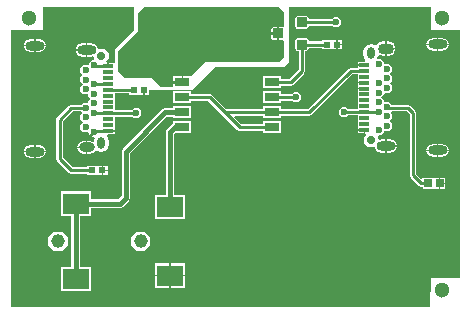
<source format=gtl>
G04*
G04 #@! TF.GenerationSoftware,Altium Limited,CircuitMaker,2.3.0 (3)*
G04*
G04 Layer_Physical_Order=1*
G04 Layer_Color=25308*
%FSLAX25Y25*%
%MOIN*%
G70*
G04*
G04 #@! TF.SameCoordinates,D5F01219-70E6-4597-8F9B-96EA77F89AD0*
G04*
G04*
G04 #@! TF.FilePolarity,Positive*
G04*
G01*
G75*
%ADD10C,0.01000*%
%ADD13C,0.01575*%
%ADD15R,0.03543X0.01181*%
%ADD16R,0.02559X0.02756*%
%ADD17R,0.05000X0.02992*%
%ADD18R,0.02362X0.02165*%
G04:AMPARAMS|DCode=19|XSize=31.5mil|YSize=35.43mil|CornerRadius=3.15mil|HoleSize=0mil|Usage=FLASHONLY|Rotation=270.000|XOffset=0mil|YOffset=0mil|HoleType=Round|Shape=RoundedRectangle|*
%AMROUNDEDRECTD19*
21,1,0.03150,0.02913,0,0,270.0*
21,1,0.02520,0.03543,0,0,270.0*
1,1,0.00630,-0.01457,-0.01260*
1,1,0.00630,-0.01457,0.01260*
1,1,0.00630,0.01457,0.01260*
1,1,0.00630,0.01457,-0.01260*
%
%ADD19ROUNDEDRECTD19*%
%ADD34C,0.05118*%
%ADD35C,0.02362*%
%ADD36O,0.06299X0.03150*%
%ADD37O,0.05315X0.03543*%
%ADD38C,0.02756*%
%ADD39O,0.02756X0.03937*%
%ADD40O,0.05315X0.03150*%
%ADD41C,0.04528*%
%ADD42R,0.09055X0.07087*%
G36*
X192913Y200394D02*
Y195761D01*
X192413Y195396D01*
X192402Y195398D01*
X191195D01*
Y193307D01*
Y191216D01*
X192402D01*
X192413Y191219D01*
X192913Y190854D01*
Y185433D01*
X191339Y183858D01*
X166929D01*
X162383Y179312D01*
X162039Y178996D01*
Y178996D01*
X162039Y178996D01*
X159289D01*
Y177000D01*
X159039D01*
Y176750D01*
X156039D01*
Y175591D01*
X151575D01*
X148819Y178347D01*
X139764D01*
X137401Y180709D01*
X137402Y187402D01*
X144095Y194095D01*
Y200000D01*
X146063Y201969D01*
X191339D01*
X192913Y200394D01*
D02*
G37*
G36*
X241732Y194488D02*
X251532D01*
Y111811D01*
X241732D01*
X241689Y101969D01*
X101969D01*
Y151969D01*
Y194488D01*
X112598D01*
Y201969D01*
X142913D01*
Y200394D01*
Y194488D01*
X136614Y188189D01*
Y184084D01*
X136524Y183531D01*
X134502D01*
Y182441D01*
X134002D01*
Y183531D01*
X133904D01*
X133678Y184077D01*
X134409Y184809D01*
Y186766D01*
X133026Y188150D01*
X131069D01*
X130811Y188201D01*
X130289Y189462D01*
X128701Y190120D01*
X127376D01*
Y187874D01*
Y185628D01*
X128701D01*
X129194Y185833D01*
X129685Y185504D01*
Y184809D01*
X129482Y184319D01*
X128792D01*
X127807Y183334D01*
Y182976D01*
X127466Y182835D01*
X125998D01*
X124961Y181797D01*
Y180329D01*
X125802Y179488D01*
X124961Y178647D01*
Y177180D01*
X125802Y176339D01*
X124961Y175498D01*
Y174030D01*
X125998Y172992D01*
X127466D01*
X127717Y172888D01*
Y172455D01*
X128558Y171614D01*
X127717Y170773D01*
Y170340D01*
X127466Y170236D01*
X125998D01*
X125349Y169586D01*
X122047D01*
X122047Y169586D01*
X121282Y169269D01*
X121282Y169269D01*
X117345Y165332D01*
X117028Y164567D01*
X117028Y164567D01*
Y151575D01*
X117028Y151575D01*
X117345Y150809D01*
X121282Y146872D01*
X121282Y146872D01*
X122047Y146555D01*
X122047Y146555D01*
X127354D01*
Y146055D01*
X132132D01*
Y147638D01*
Y149221D01*
X127354D01*
Y148720D01*
X122496D01*
X119193Y152023D01*
Y164119D01*
X122496Y167422D01*
X125270D01*
X125802Y166890D01*
X124961Y166049D01*
Y164581D01*
X125802Y163740D01*
X124961Y162899D01*
Y161432D01*
X125998Y160394D01*
X127466D01*
X127807Y160252D01*
Y159894D01*
X128792Y158909D01*
X129567D01*
X129895Y158418D01*
X129490Y157441D01*
X129147Y157211D01*
X128209Y157600D01*
X127376D01*
Y155354D01*
Y153109D01*
X128209D01*
X129797Y153766D01*
X129901Y154018D01*
X130649Y154282D01*
X132047Y153703D01*
X133855Y154452D01*
X134604Y156260D01*
Y157441D01*
X133914Y159106D01*
X134179Y159697D01*
X136524D01*
Y160537D01*
X134252D01*
Y161037D01*
X136524D01*
Y161665D01*
Y165611D01*
X142406D01*
X143005Y165012D01*
X144397D01*
X145382Y165997D01*
Y167389D01*
X144397Y168374D01*
X143005D01*
X142406Y167775D01*
X136524D01*
Y169539D01*
Y173485D01*
X141134D01*
Y172827D01*
X145911D01*
Y174409D01*
X146411D01*
Y172827D01*
X147843D01*
Y174606D01*
X162205D01*
X169882Y182283D01*
X192864D01*
X194488Y183907D01*
Y201969D01*
X241732D01*
Y194488D01*
D02*
G37*
%LPC*%
G36*
X190695Y195398D02*
X189488D01*
X189170Y195335D01*
X188901Y195155D01*
X188721Y194885D01*
X188657Y194567D01*
Y193557D01*
X190695D01*
Y195398D01*
D02*
G37*
G36*
Y193057D02*
X188657D01*
Y192047D01*
X188721Y191729D01*
X188901Y191460D01*
X189170Y191280D01*
X189488Y191216D01*
X190695D01*
Y193057D01*
D02*
G37*
G36*
X158789Y178996D02*
X156039D01*
Y177250D01*
X158789D01*
Y178996D01*
D02*
G37*
G36*
X200276Y199189D02*
X197362D01*
X196739Y198931D01*
X196480Y198307D01*
Y195787D01*
X196739Y195164D01*
X197362Y194905D01*
X200276D01*
X200899Y195164D01*
X201158Y195787D01*
Y195965D01*
X209138D01*
X209540Y195563D01*
X210932D01*
X211917Y196548D01*
Y197940D01*
X210932Y198925D01*
X209540D01*
X208744Y198130D01*
X201158D01*
Y198307D01*
X200899Y198931D01*
X200276Y199189D01*
D02*
G37*
G36*
X245669Y191931D02*
X244344D01*
Y189935D01*
X247812D01*
X247257Y191273D01*
X245669Y191931D01*
D02*
G37*
G36*
X243845D02*
X242520D01*
X240932Y191273D01*
X240377Y189935D01*
X243845D01*
Y191931D01*
D02*
G37*
G36*
X212213Y191150D02*
X210782D01*
Y189817D01*
X212213D01*
Y191150D01*
D02*
G37*
G36*
X111417Y191537D02*
X110092D01*
Y189541D01*
X113559D01*
X113005Y190879D01*
X111417Y191537D01*
D02*
G37*
G36*
X109592D02*
X108268D01*
X106680Y190879D01*
X106125Y189541D01*
X109592D01*
Y191537D01*
D02*
G37*
G36*
X226561Y190726D02*
X225925D01*
X224186Y190006D01*
X224024Y189615D01*
X223274Y189346D01*
X221890Y189919D01*
X220082Y189170D01*
X219333Y187362D01*
Y186181D01*
X220023Y184516D01*
X219758Y183925D01*
X217413D01*
Y183085D01*
X219685D01*
Y182585D01*
X217413D01*
Y181948D01*
X215118D01*
X215118Y181949D01*
X214353Y181632D01*
X214353Y181632D01*
X200804Y168082D01*
X191961D01*
Y168996D01*
X185961D01*
Y168082D01*
X173606D01*
X168923Y172765D01*
X168157Y173082D01*
X168157Y173082D01*
X162039D01*
Y173996D01*
X156039D01*
Y170004D01*
X162039D01*
Y170918D01*
X167709D01*
X172392Y166235D01*
X172392Y166235D01*
X177392Y161235D01*
X177392Y161235D01*
X178157Y160918D01*
X178157Y160918D01*
X185961D01*
Y160004D01*
X191961D01*
Y163996D01*
X185961D01*
Y163082D01*
X178606D01*
X176316Y165372D01*
X176542Y165918D01*
X185961D01*
Y165004D01*
X191961D01*
Y165918D01*
X201252D01*
X201252Y165918D01*
X202017Y166235D01*
X215566Y179784D01*
X217413D01*
Y177179D01*
X219685D01*
Y176679D01*
X217413D01*
Y175839D01*
Y175211D01*
X219685D01*
Y174711D01*
X217413D01*
Y171902D01*
Y168169D01*
X214287D01*
X213688Y168768D01*
X212296D01*
X211311Y167783D01*
Y166390D01*
X212296Y165405D01*
X213688D01*
X214287Y166004D01*
X217413D01*
Y164028D01*
Y161431D01*
X219685D01*
Y161181D01*
X219935D01*
Y160091D01*
X220033D01*
X220259Y159545D01*
X219528Y158813D01*
Y156856D01*
X220911Y155473D01*
X222868D01*
X223126Y155421D01*
X223648Y154160D01*
X225236Y153502D01*
X226561D01*
Y155748D01*
Y157994D01*
X225236D01*
X224743Y157790D01*
X224252Y158118D01*
Y158813D01*
X224455Y159303D01*
X225145D01*
X226130Y160288D01*
Y160646D01*
X226471Y160787D01*
X227939D01*
X228976Y161825D01*
Y163293D01*
X228135Y164134D01*
X228976Y164975D01*
Y166443D01*
X228588Y166831D01*
X228833Y167422D01*
X233804D01*
X234744Y166481D01*
Y146063D01*
X234744Y146063D01*
X235061Y145298D01*
X237817Y142542D01*
X237817Y142542D01*
X238583Y142225D01*
X238583Y142225D01*
X239264D01*
Y141429D01*
X242413D01*
X242823Y141429D01*
X243413Y141429D01*
X244533D01*
Y143307D01*
Y145185D01*
X243413D01*
X243004Y145185D01*
X242413Y145185D01*
X239264D01*
Y144992D01*
X238673Y144747D01*
X236909Y146511D01*
Y166929D01*
X236592Y167694D01*
X236592Y167694D01*
X235017Y169269D01*
X234252Y169586D01*
X234252Y169586D01*
X228976D01*
Y169592D01*
X227939Y170630D01*
X226471D01*
X226220Y170734D01*
Y171167D01*
X225379Y172008D01*
X226220Y172849D01*
Y173282D01*
X226471Y173386D01*
X227939D01*
X228976Y174424D01*
Y175891D01*
X228135Y176732D01*
X228976Y177573D01*
Y179041D01*
X228135Y179882D01*
X228976Y180723D01*
Y182191D01*
X227939Y183228D01*
X226471D01*
X226130Y183370D01*
Y183728D01*
X225145Y184713D01*
X224370D01*
X224042Y185204D01*
X224447Y186181D01*
X224669Y186329D01*
X225925Y185809D01*
X226561D01*
Y188268D01*
Y190726D01*
D02*
G37*
G36*
X227697D02*
X227061D01*
Y188518D01*
X230052D01*
X229435Y190006D01*
X227697Y190726D01*
D02*
G37*
G36*
X126876Y190120D02*
X125551D01*
X123963Y189462D01*
X123409Y188124D01*
X126876D01*
Y190120D01*
D02*
G37*
G36*
X212213Y189317D02*
X210782D01*
Y187984D01*
X212213D01*
Y189317D01*
D02*
G37*
G36*
X200276Y191709D02*
X197362D01*
X196739Y191451D01*
X196480Y190827D01*
Y188307D01*
X196739Y187683D01*
X197362Y187425D01*
X197737D01*
Y181157D01*
X194662Y178082D01*
X191961D01*
Y178996D01*
X185961D01*
Y175004D01*
X191961D01*
Y175918D01*
X195110D01*
X195110Y175918D01*
X195876Y176235D01*
X199584Y179943D01*
X199584Y179943D01*
X199901Y180709D01*
X199901Y180709D01*
Y187425D01*
X200276D01*
X200899Y187683D01*
X201158Y188307D01*
Y188485D01*
X205504D01*
Y187984D01*
X210281D01*
Y189567D01*
Y191150D01*
X205504D01*
Y190649D01*
X201158D01*
Y190827D01*
X200899Y191451D01*
X200276Y191709D01*
D02*
G37*
G36*
X247812Y189435D02*
X244344D01*
Y187439D01*
X245669D01*
X247257Y188097D01*
X247812Y189435D01*
D02*
G37*
G36*
X243845D02*
X240377D01*
X240932Y188097D01*
X242520Y187439D01*
X243845D01*
Y189435D01*
D02*
G37*
G36*
X113559Y189041D02*
X110092D01*
Y187046D01*
X111417D01*
X113005Y187703D01*
X113559Y189041D01*
D02*
G37*
G36*
X109592D02*
X106125D01*
X106680Y187703D01*
X108268Y187046D01*
X109592D01*
Y189041D01*
D02*
G37*
G36*
X230052Y188018D02*
X227061D01*
Y185809D01*
X227697D01*
X229435Y186529D01*
X230052Y188018D01*
D02*
G37*
G36*
X126876Y187624D02*
X123409D01*
X123963Y186286D01*
X125551Y185628D01*
X126876D01*
Y187624D01*
D02*
G37*
G36*
X191961Y173996D02*
X185961D01*
Y170004D01*
X191961D01*
Y170965D01*
X195555D01*
X196154Y170366D01*
X197547D01*
X198531Y171351D01*
Y172744D01*
X197547Y173728D01*
X196154D01*
X195555Y173130D01*
X191961D01*
Y173996D01*
D02*
G37*
G36*
X162039Y168996D02*
X156039D01*
Y168394D01*
X153220D01*
X152235Y167985D01*
X139172Y154922D01*
X138764Y153937D01*
Y139160D01*
X137596Y137992D01*
X128453D01*
Y140657D01*
X118398D01*
Y132571D01*
X122032D01*
Y115461D01*
X118398D01*
Y107374D01*
X128453D01*
Y115461D01*
X124819D01*
Y132571D01*
X128453D01*
Y135205D01*
X138173D01*
X139159Y135613D01*
X141143Y137597D01*
X141551Y138583D01*
Y153360D01*
X153798Y165606D01*
X156039D01*
Y165004D01*
X162039D01*
Y168996D01*
D02*
G37*
G36*
X219435Y160931D02*
X217413D01*
Y160091D01*
X219435D01*
Y160931D01*
D02*
G37*
G36*
X228386Y157994D02*
X227061D01*
Y155998D01*
X230528D01*
X229974Y157336D01*
X228386Y157994D01*
D02*
G37*
G36*
X126876Y157600D02*
X126043D01*
X124455Y156942D01*
X123901Y155604D01*
X126876D01*
Y157600D01*
D02*
G37*
G36*
X245669Y156577D02*
X244344D01*
Y154581D01*
X247812D01*
X247257Y155919D01*
X245669Y156577D01*
D02*
G37*
G36*
X243845D02*
X242520D01*
X240932Y155919D01*
X240377Y154581D01*
X243845D01*
Y156577D01*
D02*
G37*
G36*
X111417Y156183D02*
X110092D01*
Y154187D01*
X113559D01*
X113005Y155525D01*
X111417Y156183D01*
D02*
G37*
G36*
X109592D02*
X108268D01*
X106680Y155525D01*
X106125Y154187D01*
X109592D01*
Y156183D01*
D02*
G37*
G36*
X230528Y155498D02*
X227061D01*
Y153502D01*
X228386D01*
X229974Y154160D01*
X230528Y155498D01*
D02*
G37*
G36*
X126876Y155104D02*
X123901D01*
X124455Y153766D01*
X126043Y153109D01*
X126876D01*
Y155104D01*
D02*
G37*
G36*
X247812Y154081D02*
X244344D01*
Y152085D01*
X245669D01*
X247257Y152743D01*
X247812Y154081D01*
D02*
G37*
G36*
X243845D02*
X240377D01*
X240932Y152743D01*
X242520Y152085D01*
X243845D01*
Y154081D01*
D02*
G37*
G36*
X113559Y153687D02*
X110092D01*
Y151691D01*
X111417D01*
X113005Y152349D01*
X113559Y153687D01*
D02*
G37*
G36*
X109592D02*
X106125D01*
X106680Y152349D01*
X108268Y151691D01*
X109592D01*
Y153687D01*
D02*
G37*
G36*
X134063Y149221D02*
X132632D01*
Y147888D01*
X134063D01*
Y149221D01*
D02*
G37*
G36*
Y147388D02*
X132632D01*
Y146055D01*
X134063D01*
Y147388D01*
D02*
G37*
G36*
X245034Y145185D02*
Y143557D01*
X246563D01*
Y145185D01*
X245034D01*
D02*
G37*
G36*
X246563Y143057D02*
X245034D01*
Y141429D01*
X246563D01*
Y143057D01*
D02*
G37*
G36*
X162039Y163996D02*
X156039D01*
Y163208D01*
X155503Y162985D01*
X153936Y161418D01*
X153528Y160433D01*
Y139476D01*
X149894D01*
Y131390D01*
X159949D01*
Y139476D01*
X156315D01*
Y159856D01*
X156463Y160004D01*
X162039D01*
Y163996D01*
D02*
G37*
G36*
X146424Y127264D02*
X143733D01*
X141831Y125361D01*
Y122670D01*
X143733Y120768D01*
X146424D01*
X148327Y122670D01*
Y125361D01*
X146424Y127264D01*
D02*
G37*
G36*
X118865D02*
X116174D01*
X114272Y125361D01*
Y122670D01*
X116174Y120768D01*
X118865D01*
X120768Y122670D01*
Y125361D01*
X118865Y127264D01*
D02*
G37*
G36*
X159949Y116642D02*
X155171D01*
Y112848D01*
X159949D01*
Y116642D01*
D02*
G37*
G36*
X154671D02*
X149894D01*
Y112848D01*
X154671D01*
Y116642D01*
D02*
G37*
G36*
X159949Y112348D02*
X155171D01*
Y108555D01*
X159949D01*
Y112348D01*
D02*
G37*
G36*
X154671D02*
X149894D01*
Y108555D01*
X154671D01*
Y112348D01*
D02*
G37*
%LPD*%
D10*
X235827Y146063D02*
Y166929D01*
X234252Y168504D02*
X235827Y166929D01*
X227559Y168504D02*
X234252D01*
X235827Y146063D02*
X238583Y143307D01*
X129488Y160591D02*
X129685Y160787D01*
X134252D01*
X122047Y162205D02*
Y163779D01*
Y162205D02*
X125197Y159055D01*
X127953D01*
X129488Y160591D01*
X118110Y164567D02*
X122047Y168504D01*
X118110Y151575D02*
Y164567D01*
Y151575D02*
X122047Y147638D01*
X134252Y166693D02*
X143701D01*
X129488Y182638D02*
X129685Y182441D01*
X134252D01*
X129488Y176339D02*
X129685Y176535D01*
X134252D01*
X173158Y167000D02*
X178157Y162000D01*
X168157Y172000D02*
X173158Y167000D01*
X188961D01*
X159039Y172000D02*
X168157D01*
X178157Y162000D02*
X188961D01*
X224252Y167087D02*
X224449Y167283D01*
X219685Y167087D02*
X224252D01*
X227205Y168858D02*
X227559Y168504D01*
X238583Y143307D02*
X241043D01*
X212992Y167087D02*
X219685D01*
X210039Y197047D02*
X210236Y196850D01*
X201252Y167000D02*
X215118Y180866D01*
X219685D01*
X126693Y168504D02*
X126732Y168465D01*
X122047Y168504D02*
X126693D01*
X122047Y147638D02*
X129035D01*
X142657Y174567D02*
X142815Y174409D01*
X134252Y174567D02*
X142657D01*
X129685Y166693D02*
X134252D01*
X129488Y166890D02*
X129685Y166693D01*
X143807Y182862D02*
X148634D01*
X150787Y180709D01*
X215472Y193425D02*
X243110D01*
X210236Y196850D02*
Y197244D01*
X198819Y197047D02*
X210039D01*
X150787Y187008D02*
X157087Y193307D01*
X150787Y180709D02*
Y187008D01*
X157087Y193307D02*
X190945D01*
X150787Y180709D02*
X154496Y177000D01*
X159039D01*
X188961Y167000D02*
X201252D01*
X188961Y172000D02*
X189008Y172047D01*
X196850D01*
X198819Y180709D02*
Y189567D01*
X195110Y177000D02*
X198819Y180709D01*
X188961Y177000D02*
X195110D01*
X206988Y189567D02*
X207087Y189665D01*
X198819Y189567D02*
X206988D01*
D13*
X123425Y111417D02*
Y136614D01*
X140157Y138583D02*
Y153937D01*
X138173Y136598D02*
X140157Y138583D01*
X123441Y136598D02*
X138173D01*
X156488Y162000D02*
X159039D01*
X154921Y160433D02*
X156488Y162000D01*
X154921Y135433D02*
Y160433D01*
X123425Y136614D02*
X123441Y136598D01*
X153220Y167000D02*
X159039D01*
X140157Y153937D02*
X153220Y167000D01*
D15*
X219685Y161181D02*
D03*
Y163150D02*
D03*
Y165118D02*
D03*
Y167087D02*
D03*
Y169055D02*
D03*
Y171024D02*
D03*
Y172992D02*
D03*
Y174961D02*
D03*
Y176929D02*
D03*
Y178898D02*
D03*
Y180866D02*
D03*
Y182835D02*
D03*
X134252Y182441D02*
D03*
Y180472D02*
D03*
Y178504D02*
D03*
Y176535D02*
D03*
Y174567D02*
D03*
Y172598D02*
D03*
Y170630D02*
D03*
Y168661D02*
D03*
Y166693D02*
D03*
Y164724D02*
D03*
Y162756D02*
D03*
Y160787D02*
D03*
D16*
X244783Y143307D02*
D03*
X241043D02*
D03*
D17*
X188961Y177000D02*
D03*
Y172000D02*
D03*
Y167000D02*
D03*
Y162000D02*
D03*
X159039D02*
D03*
Y167000D02*
D03*
Y172000D02*
D03*
Y177000D02*
D03*
D18*
X210531Y189567D02*
D03*
X207185D02*
D03*
X129035Y147638D02*
D03*
X132382D02*
D03*
X142815Y174409D02*
D03*
X146161D02*
D03*
D19*
X190945Y193307D02*
D03*
X198819Y197047D02*
D03*
Y189567D02*
D03*
D34*
X245669Y198425D02*
D03*
Y107874D02*
D03*
X107874Y198425D02*
D03*
D35*
X224449Y183031D02*
D03*
X227205Y181457D02*
D03*
Y178307D02*
D03*
X224449Y176732D02*
D03*
X227205Y175157D02*
D03*
X224449Y173583D02*
D03*
Y170433D02*
D03*
X227205Y168858D02*
D03*
X224449Y167283D02*
D03*
X227205Y165709D02*
D03*
Y162559D02*
D03*
X224449Y160984D02*
D03*
X129488Y160591D02*
D03*
X126732Y162165D02*
D03*
Y165315D02*
D03*
X129488Y166890D02*
D03*
X126732Y168465D02*
D03*
X129488Y170039D02*
D03*
Y173189D02*
D03*
X126732Y174764D02*
D03*
X129488Y176339D02*
D03*
X126732Y177913D02*
D03*
Y181063D02*
D03*
X129488Y182638D02*
D03*
X232677Y165748D02*
D03*
X122047Y163779D02*
D03*
X135827Y143307D02*
D03*
X140157Y170472D02*
D03*
X143701Y166693D02*
D03*
X208268Y168110D02*
D03*
X200787Y156693D02*
D03*
X179528Y164567D02*
D03*
X179134Y179528D02*
D03*
X179528Y169685D02*
D03*
X165748Y175197D02*
D03*
X135433Y123622D02*
D03*
X107874Y143307D02*
D03*
Y123622D02*
D03*
Y162992D02*
D03*
X166929D02*
D03*
X210236Y147244D02*
D03*
X225984D02*
D03*
X190551D02*
D03*
X166929D02*
D03*
X225984Y198425D02*
D03*
X245669Y170866D02*
D03*
Y135433D02*
D03*
Y115748D02*
D03*
X143307Y107874D02*
D03*
X111811D02*
D03*
X127559Y198425D02*
D03*
X135433D02*
D03*
X143307Y162992D02*
D03*
Y147244D02*
D03*
X196063Y182382D02*
D03*
X212992Y167087D02*
D03*
X151181Y159055D02*
D03*
Y147244D02*
D03*
X154035Y170571D02*
D03*
X143807Y182862D02*
D03*
X210236Y197244D02*
D03*
X196850Y172047D02*
D03*
D36*
X244094Y189685D02*
D03*
Y154331D02*
D03*
X226811Y155748D02*
D03*
X109843Y153937D02*
D03*
Y189291D02*
D03*
X127126Y187874D02*
D03*
D37*
X226811Y188268D02*
D03*
D38*
X221890Y157835D02*
D03*
X132047Y185787D02*
D03*
D39*
X221890Y186772D02*
D03*
X132047Y156850D02*
D03*
D40*
X127126Y155354D02*
D03*
D41*
X145079Y124016D02*
D03*
X117520D02*
D03*
D42*
X154921Y112598D02*
D03*
X123425Y111417D02*
D03*
X154921Y135433D02*
D03*
X123425Y136614D02*
D03*
M02*

</source>
